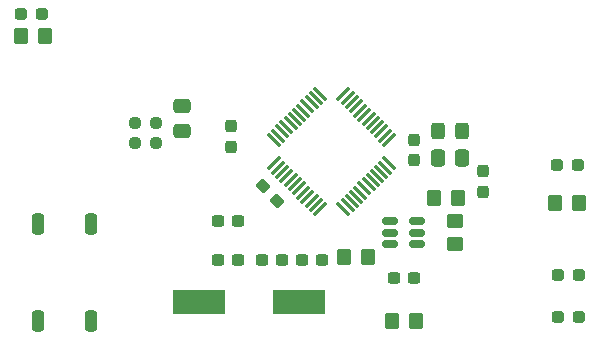
<source format=gbr>
%TF.GenerationSoftware,KiCad,Pcbnew,7.0.5*%
%TF.CreationDate,2023-07-22T19:28:39+09:00*%
%TF.ProjectId,power,706f7765-722e-46b6-9963-61645f706362,rev?*%
%TF.SameCoordinates,Original*%
%TF.FileFunction,Paste,Top*%
%TF.FilePolarity,Positive*%
%FSLAX46Y46*%
G04 Gerber Fmt 4.6, Leading zero omitted, Abs format (unit mm)*
G04 Created by KiCad (PCBNEW 7.0.5) date 2023-07-22 19:28:39*
%MOMM*%
%LPD*%
G01*
G04 APERTURE LIST*
G04 Aperture macros list*
%AMRoundRect*
0 Rectangle with rounded corners*
0 $1 Rounding radius*
0 $2 $3 $4 $5 $6 $7 $8 $9 X,Y pos of 4 corners*
0 Add a 4 corners polygon primitive as box body*
4,1,4,$2,$3,$4,$5,$6,$7,$8,$9,$2,$3,0*
0 Add four circle primitives for the rounded corners*
1,1,$1+$1,$2,$3*
1,1,$1+$1,$4,$5*
1,1,$1+$1,$6,$7*
1,1,$1+$1,$8,$9*
0 Add four rect primitives between the rounded corners*
20,1,$1+$1,$2,$3,$4,$5,0*
20,1,$1+$1,$4,$5,$6,$7,0*
20,1,$1+$1,$6,$7,$8,$9,0*
20,1,$1+$1,$8,$9,$2,$3,0*%
G04 Aperture macros list end*
%ADD10RoundRect,0.237500X-0.287500X-0.237500X0.287500X-0.237500X0.287500X0.237500X-0.287500X0.237500X0*%
%ADD11RoundRect,0.150000X0.512500X0.150000X-0.512500X0.150000X-0.512500X-0.150000X0.512500X-0.150000X0*%
%ADD12RoundRect,0.237500X0.287500X0.237500X-0.287500X0.237500X-0.287500X-0.237500X0.287500X-0.237500X0*%
%ADD13RoundRect,0.250000X-0.337500X-0.475000X0.337500X-0.475000X0.337500X0.475000X-0.337500X0.475000X0*%
%ADD14RoundRect,0.237500X0.237500X-0.300000X0.237500X0.300000X-0.237500X0.300000X-0.237500X-0.300000X0*%
%ADD15RoundRect,0.237500X0.300000X0.237500X-0.300000X0.237500X-0.300000X-0.237500X0.300000X-0.237500X0*%
%ADD16RoundRect,0.250000X-0.350000X-0.450000X0.350000X-0.450000X0.350000X0.450000X-0.350000X0.450000X0*%
%ADD17RoundRect,0.237500X-0.237500X0.300000X-0.237500X-0.300000X0.237500X-0.300000X0.237500X0.300000X0*%
%ADD18RoundRect,0.237500X-0.300000X-0.237500X0.300000X-0.237500X0.300000X0.237500X-0.300000X0.237500X0*%
%ADD19RoundRect,0.237500X-0.250000X-0.237500X0.250000X-0.237500X0.250000X0.237500X-0.250000X0.237500X0*%
%ADD20RoundRect,0.075000X0.521491X-0.415425X-0.415425X0.521491X-0.521491X0.415425X0.415425X-0.521491X0*%
%ADD21RoundRect,0.075000X0.521491X0.415425X0.415425X0.521491X-0.521491X-0.415425X-0.415425X-0.521491X0*%
%ADD22R,4.500000X2.000000*%
%ADD23RoundRect,0.250000X-0.450000X0.350000X-0.450000X-0.350000X0.450000X-0.350000X0.450000X0.350000X0*%
%ADD24RoundRect,0.250000X0.250000X-0.650000X0.250000X0.650000X-0.250000X0.650000X-0.250000X-0.650000X0*%
%ADD25RoundRect,0.237500X-0.380070X0.044194X0.044194X-0.380070X0.380070X-0.044194X-0.044194X0.380070X0*%
%ADD26RoundRect,0.250000X0.350000X0.450000X-0.350000X0.450000X-0.350000X-0.450000X0.350000X-0.450000X0*%
%ADD27RoundRect,0.250000X0.475000X-0.337500X0.475000X0.337500X-0.475000X0.337500X-0.475000X-0.337500X0*%
%ADD28RoundRect,0.250000X0.325000X0.450000X-0.325000X0.450000X-0.325000X-0.450000X0.325000X-0.450000X0*%
G04 APERTURE END LIST*
D10*
%TO.C,D103*%
X110377000Y-53340000D03*
X112127000Y-53340000D03*
%TD*%
D11*
%TO.C,U101*%
X98546500Y-60005000D03*
X98546500Y-59055000D03*
X98546500Y-58105000D03*
X96271500Y-58105000D03*
X96271500Y-59055000D03*
X96271500Y-60005000D03*
%TD*%
D12*
%TO.C,D101*%
X66788000Y-40513000D03*
X65038000Y-40513000D03*
%TD*%
D13*
%TO.C,C120*%
X100308500Y-52705000D03*
X102383500Y-52705000D03*
%TD*%
D14*
%TO.C,C115*%
X82804000Y-51789500D03*
X82804000Y-50064500D03*
%TD*%
D15*
%TO.C,C114*%
X90524500Y-61341000D03*
X88799500Y-61341000D03*
%TD*%
D16*
%TO.C,R102*%
X99965000Y-56134000D03*
X101965000Y-56134000D03*
%TD*%
D17*
%TO.C,C117*%
X104140000Y-53874500D03*
X104140000Y-55599500D03*
%TD*%
D10*
%TO.C,D102*%
X110504000Y-62611000D03*
X112254000Y-62611000D03*
%TD*%
D18*
%TO.C,C102*%
X96546500Y-62865000D03*
X98271500Y-62865000D03*
%TD*%
D16*
%TO.C,R103*%
X96409000Y-66548000D03*
X98409000Y-66548000D03*
%TD*%
D19*
%TO.C,R106*%
X74652500Y-51435000D03*
X76477500Y-51435000D03*
%TD*%
D20*
%TO.C,U102*%
X92311788Y-57084876D03*
X92665342Y-56731322D03*
X93018895Y-56377769D03*
X93372449Y-56024215D03*
X93726002Y-55670662D03*
X94079555Y-55317109D03*
X94433109Y-54963555D03*
X94786662Y-54610002D03*
X95140215Y-54256449D03*
X95493769Y-53902895D03*
X95847322Y-53549342D03*
X96200876Y-53195788D03*
D21*
X96200876Y-51198212D03*
X95847322Y-50844658D03*
X95493769Y-50491105D03*
X95140215Y-50137551D03*
X94786662Y-49783998D03*
X94433109Y-49430445D03*
X94079555Y-49076891D03*
X93726002Y-48723338D03*
X93372449Y-48369785D03*
X93018895Y-48016231D03*
X92665342Y-47662678D03*
X92311788Y-47309124D03*
D20*
X90314212Y-47309124D03*
X89960658Y-47662678D03*
X89607105Y-48016231D03*
X89253551Y-48369785D03*
X88899998Y-48723338D03*
X88546445Y-49076891D03*
X88192891Y-49430445D03*
X87839338Y-49783998D03*
X87485785Y-50137551D03*
X87132231Y-50491105D03*
X86778678Y-50844658D03*
X86425124Y-51198212D03*
D21*
X86425124Y-53195788D03*
X86778678Y-53549342D03*
X87132231Y-53902895D03*
X87485785Y-54256449D03*
X87839338Y-54610002D03*
X88192891Y-54963555D03*
X88546445Y-55317109D03*
X88899998Y-55670662D03*
X89253551Y-56024215D03*
X89607105Y-56377769D03*
X89960658Y-56731322D03*
X90314212Y-57084876D03*
%TD*%
D16*
%TO.C,R104*%
X92345000Y-61087000D03*
X94345000Y-61087000D03*
%TD*%
D22*
%TO.C,Y101*%
X80078000Y-64897000D03*
X88578000Y-64897000D03*
%TD*%
D23*
%TO.C,R108*%
X101727000Y-58055000D03*
X101727000Y-60055000D03*
%TD*%
D14*
%TO.C,C111*%
X98298000Y-52932500D03*
X98298000Y-51207500D03*
%TD*%
D24*
%TO.C,SW101*%
X70957000Y-66559000D03*
X70957000Y-58359000D03*
X66457000Y-66559000D03*
X66457000Y-58359000D03*
%TD*%
D18*
%TO.C,C103*%
X81687500Y-58039000D03*
X83412500Y-58039000D03*
%TD*%
D25*
%TO.C,C101*%
X85496120Y-55143120D03*
X86715880Y-56362880D03*
%TD*%
D26*
%TO.C,R107*%
X67040000Y-42418000D03*
X65040000Y-42418000D03*
%TD*%
D19*
%TO.C,R105*%
X74652500Y-49784000D03*
X76477500Y-49784000D03*
%TD*%
D27*
%TO.C,C118*%
X78613000Y-50440500D03*
X78613000Y-48365500D03*
%TD*%
D10*
%TO.C,D104*%
X110504000Y-66167000D03*
X112254000Y-66167000D03*
%TD*%
D18*
%TO.C,C106*%
X81687500Y-61341000D03*
X83412500Y-61341000D03*
%TD*%
D16*
%TO.C,R114*%
X110252000Y-56515000D03*
X112252000Y-56515000D03*
%TD*%
D28*
%TO.C,FB103*%
X102371000Y-50419000D03*
X100321000Y-50419000D03*
%TD*%
D18*
%TO.C,C108*%
X85370500Y-61341000D03*
X87095500Y-61341000D03*
%TD*%
M02*

</source>
